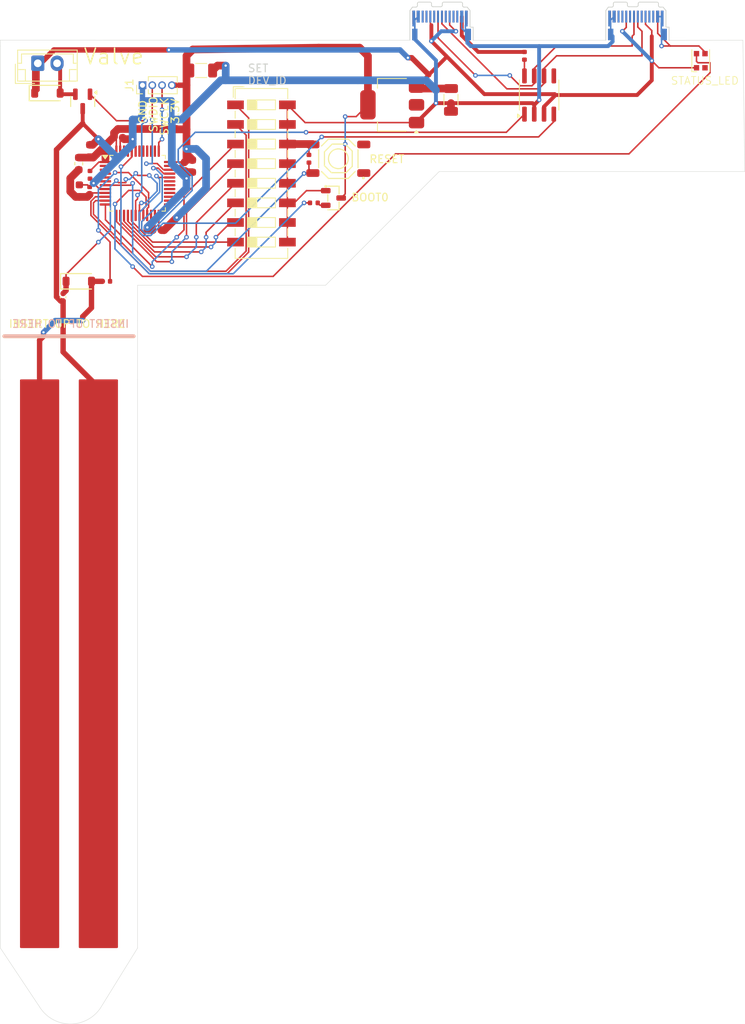
<source format=kicad_pcb>
(kicad_pcb (version 20240108) (generator "pcbnew") (generator_version "8.0")
  (layers (0 "F.Cu" signal) (31 "B.Cu" signal) (34 "B.Paste" user) (35 "F.Paste" user) (36 "B.SilkS" user "B.Silkscreen") (37 "F.SilkS" user "F.Silkscreen") (38 "B.Mask" user) (39 "F.Mask" user) (44 "Edge.Cuts" user))
  (net 0 "")
  (net 1 "+3.3VA")
  (net 2 "/ADC12_IN9")
  (net 3 "SOIL_C_PWM")
  (net 4 "VBUS")
  (net 5 "Net-(D2-A)")
  (net 7 "Net-(D3-DIN)")
  (net 8 "/SWDIO")
  (net 9 "/SWCLK")
  (net 10 "+3.3V")
  (net 11 "Net-(Q1-G)")
  (net 17 "/NRST")
  (net 18 "Net-(U1-PA0)")
  (net 19 "Net-(U1-PA1)")
  (net 20 "Net-(U1-PA2)")
  (net 21 "Net-(U1-PA3)")
  (net 22 "Net-(U1-PA4)")
  (net 23 "Net-(U1-PA5)")
  (net 24 "Net-(U1-PA6)")
  (net 25 "Net-(U1-PA7)")
  (net 26 "/TIM2_CH3")
  (net 35 "/CAN_RX")
  (net 36 "/CAN_TX")
  (net 43 "/BOOT0")
  (net 47 "/CANL")
  (net 48 "/CANH")
  (net 49 "Net-(U2-Rs)")
  (net 50 "Net-(P1-CC)")
  (net 51 "Net-(P1-VCONN)")
  (net 52 "/SW_BOOT0")
  (net 53 "GND")
  (footprint "PCM_JLCPCB:C_0603" (layer "F.Cu") (at 137.235583 74.648278 90)
    (property "Reference" "C7" (hide yes))
    (property "Value" "1u" (hide yes))
  )
  (footprint "PCM_JLCPCB:D_SOD-123" (layer "F.Cu") (at 133.096 61.976)
    (property "Reference" "D2" (hide yes))
    (property "Value" "1N4148W" (hide yes))
  )
  (footprint "Package_QFP:LQFP-48_7x7mm_P0.5mm" (layer "F.Cu") (at 144.78 73.66)
    (property "Reference" "U1" (hide yes))
    (property "Value" "STM32F103C8Tx" (hide yes))
  )
  (footprint "PCM_JLCPCB:R_0402" (layer "F.Cu") (at 194.945 57.15 90)
    (property "Reference" "R2" (hide yes))
    (property "Value" "10k" (hide yes))
  )
  (footprint "Connector_USB:USB_C_Plug_JAE_DX07P024AJ1" (layer "F.Cu") (at 209.395 53.2175 180)
    (property "Reference" "P2" (hide yes))
    (property "Value" "USB_C_Plug_USB2.0" (hide yes))
    (fp_line (start 3.9 1.9225) (end 3.9 -1.9175) (stroke (width 0.1)) (layer "Edge.Cuts"))
    (fp_line (start 3.575 2.3725) (end 3.9 1.9225) (stroke (width 0.1)) (layer "Edge.Cuts"))
    (fp_line (start 3.125 2.3725) (end 3.575 2.3725) (stroke (width 0.1)) (layer "Edge.Cuts"))
    (fp_line (start 2.925 2.8225) (end 2.925 2.5725) (stroke (width 0.1)) (layer "Edge.Cuts"))
    (fp_line (start 1.3 3.0225) (end 2.725 3.0225) (stroke (width 0.1)) (layer "Edge.Cuts"))
    (fp_line (start 1.1 2.8225) (end 1.1 2.6225) (stroke (width 0.1)) (layer "Edge.Cuts"))
    (fp_line (start -0.1 2.4225) (end 0.9 2.4225) (stroke (width 0.1)) (layer "Edge.Cuts"))
    (fp_line (start -0.3 2.6225) (end -0.3 2.8225) (stroke (width 0.1)) (layer "Edge.Cuts"))
    (fp_line (start -0.5 3.0225) (end -2.725 3.0225) (stroke (width 0.1)) (layer "Edge.Cuts"))
    (fp_line (start -2.925 2.8225) (end -2.925 2.5725) (stroke (width 0.1)) (layer "Edge.Cuts"))
    (fp_line (start -3.125 2.3725) (end -3.53 2.3725) (stroke (width 0.1)) (layer "Edge.Cuts"))
    (fp_line (start -3.53 2.3725) (end -3.9 1.9225) (stroke (width 0.1)) (layer "Edge.Cuts"))
    (fp_line (start -3.9 1.9225) (end -3.9 -0.2275) (stroke (width 0.1)) (layer "Edge.Cuts"))
    (fp_line (start -4.3 -0.2275) (end -3.9 -0.2275) (stroke (width 0.1)) (layer "Edge.Cuts"))
    (fp_line (start -4.3 -1.93) (end -4.3 -0.2275) (stroke (width 0.1)) (layer "Edge.Cuts"))
    (fp_arc (start 2.925 2.8225) (mid 2.866421 2.963921) (end 2.725 3.0225) (stroke (width 0.1)) (layer "Edge.Cuts"))
    (fp_arc (start 2.925 2.5725) (mid 2.983579 2.431079) (end 3.125 2.3725) (stroke (width 0.1)) (layer "Edge.Cuts"))
    (fp_arc (start 1.3 3.0225) (mid 1.158579 2.963921) (end 1.1 2.8225) (stroke (width 0.1)) (layer "Edge.Cuts"))
    (fp_arc (start 0.9 2.4225) (mid 1.041421 2.481079) (end 1.1 2.6225) (stroke (width 0.1)) (layer "Edge.Cuts"))
    (fp_arc (start -0.3 2.8225) (mid -0.358579 2.963921) (end -0.5 3.0225) (stroke (width 0.1)) (layer "Edge.Cuts"))
    (fp_arc (start -0.3 2.6225) (mid -0.241421 2.481079) (end -0.1 2.4225) (stroke (width 0.1)) (layer "Edge.Cuts"))
    (fp_arc (start -2.725 3.0225) (mid -2.866421 2.963921) (end -2.925 2.8225) (stroke (width 0.1)) (layer "Edge.Cuts"))
    (fp_arc (start -3.125 2.3725) (mid -2.983579 2.431079) (end -2.925 2.5725) (stroke (width 0.1)) (layer "Edge.Cuts"))
  )
  (footprint "PCM_JLCPCB:C_0402" (layer "F.Cu") (at 167.005 70.485 90)
    (property "Reference" "C9" (hide yes))
    (property "Value" "100n")
  )
  (footprint "Package_TO_SOT_SMD:SOT-223-3_TabPin2" (layer "F.Cu") (at 177.8 63.5 180)
    (property "Reference" "U3" (hide yes))
    (property "Value" "AMS1117-3.3" (hide yes))
  )
  (footprint "Connector_PinHeader_1.27mm:PinHeader_1x04_P1.27mm_Vertical" (layer "F.Cu") (at 145.42 60.96 90)
    (property "Reference" "J1")
    (property "Value" "Conn_01x04_Socket" (hide yes))
  )
  (footprint "Capacitor_SMD:C_1206_3216Metric" (layer "F.Cu") (at 153.035 59.055)
    (property "Reference" "C10" (hide yes))
    (property "Value" "22u" (hide yes))
  )
  (footprint "PCM_JLCPCB:R_0402" (layer "F.Cu") (at 167.64 76.2 180)
    (property "Reference" "R1" (hide yes))
    (property "Value" "10k" (hide yes))
  )
  (footprint "PCM_JLCPCB:C_0402" (layer "F.Cu") (at 138.568183 74.646906 90)
    (property "Reference" "C6" (hide yes))
    (property "Value" "100n" (hide yes))
  )
  (footprint "PCM_JLCPCB:C_0603" (layer "F.Cu") (at 151.880628 71.44167 -90)
    (property "Reference" "C4" (hide yes))
    (property "Value" "10u" (hide yes))
  )
  (footprint "Capacitor_SMD:C_1206_3216Metric" (layer "F.Cu") (at 185.42 62.865 -90)
    (property "Reference" "C11" (hide yes))
    (property "Value" "22u" (hide yes))
  )
  (footprint "Capacitor_SMD:C_0402_1005Metric" (layer "F.Cu") (at 135.128 88.42 -90)
    (property "Reference" "C14" (hide yes))
    (property "Value" "100n" (hide yes))
  )
  (footprint "Package_SO:SOIC-8_3.9x4.9mm_P1.27mm" (layer "F.Cu") (at 196.85 62.23 90)
    (property "Reference" "U2" (hide yes))
    (property "Value" "MCP2551-I-SN" (hide yes))
  )
  (footprint "PCM_JLCPCB:D_SOD-123" (layer "F.Cu") (at 137.16 86.36)
    (property "Reference" "D1" (hide yes))
    (property "Value" "1N4148W" (hide yes))
  )
  (footprint "PCM_JLCPCB:R_0402" (layer "F.Cu") (at 140.716 86.36)
    (property "Reference" "R3" (hide yes))
    (property "Value" "10k" (hide yes))
  )
  (footprint "PCM_JLCPCB:SW-SMD_4P-L5.1-W5.1-P3.70-LS6.5-TL-2" (layer "F.Cu") (at 170.815 70.485 180)
    (property "Reference" "S1" (hide yes))
    (property "Value" "Tactile Button, 160gf" (hide yes))
  )
  (footprint "Button_Switch_SMD:SW_DIP_SPSTx08_Slide_6.7x21.88mm_W6.73mm_P2.54mm_LowProfile_JPin" (layer "F.Cu") (at 160.845 72.39)
    (property "Reference" "SW3" (hide yes))
    (property "Value" "SW_DIP_x08")
  )
  (footprint "PCM_JLCPCB:C_0603" (layer "F.Cu") (at 138.594142 69.459379 90)
    (property "Reference" "C8" (hide yes))
    (property "Value" "1u" (hide yes))
  )
  (footprint "PCM_JLCPCB:C_0402" (layer "F.Cu") (at 142.230141 67.638585)
    (property "Reference" "C3" (hide yes))
    (property "Value" "100n" (hide yes))
  )
  (footprint "PCM_JLCPCB:L_0603" (layer "F.Cu") (at 137.16 71.12 90)
    (property "Reference" "FB1" (hide yes))
    (property "Value" "120R" (hide yes))
  )
  (footprint "PCM_JLCPCB:C_0402" (layer "F.Cu") (at 150.840792 71.46582 -90)
    (property "Reference" "C2" (hide yes))
    (property "Value" "100n" (hide yes))
  )
  (footprint "LED_SMD:LED_WS2812B-2020_PLCC4_2.0x2.0mm" (layer "F.Cu") (at 217.805 57.785 90)
    (property "Reference" "D3" (hide yes))
    (property "Value" "WS2812B" (hide yes))
  )
  (footprint "PCM_JLCPCB:Q_SOT-23" (layer "F.Cu") (at 137.668 63.068 -90)
    (property "Reference" "Q1" (hide yes))
    (property "Value" "AO3400A" (hide yes))
  )
  (footprint "Connector_USB:USB_C_Plug_JAE_DX07P024AJ1" (layer "F.Cu") (at 183.995 53.2175 180)
    (property "Reference" "P1" (hide yes))
    (property "Value" "USB_C_Plug_USB2.0" (hide yes))
    (fp_line (start 3.9 1.9225) (end 3.9 -1.9175) (stroke (width 0.1)) (layer "Edge.Cuts"))
    (fp_line (start 3.575 2.3725) (end 3.9 1.9225) (stroke (width 0.1)) (layer "Edge.Cuts"))
    (fp_line (start 3.125 2.3725) (end 3.575 2.3725) (stroke (width 0.1)) (layer "Edge.Cuts"))
    (fp_line (start 2.925 2.8225) (end 2.925 2.5725) (stroke (width 0.1)) (layer "Edge.Cuts"))
    (fp_line (start 1.3 3.0225) (end 2.725 3.0225) (stroke (width 0.1)) (layer "Edge.Cuts"))
    (fp_line (start 1.1 2.8225) (end 1.1 2.6225) (stroke (width 0.1)) (layer "Edge.Cuts"))
    (fp_line (start -0.1 2.4225) (end 0.9 2.4225) (stroke (width 0.1)) (layer "Edge.Cuts"))
    (fp_line (start -0.3 2.6225) (end -0.3 2.8225) (stroke (width 0.1)) (layer "Edge.Cuts"))
    (fp_line (start -0.5 3.0225) (end -2.725 3.0225) (stroke (width 0.1)) (layer "Edge.Cuts"))
    (fp_line (start -2.925 2.8225) (end -2.925 2.5725) (stroke (width 0.1)) (layer "Edge.Cuts"))
    (fp_line (start -3.125 2.3725) (end -3.53 2.3725) (stroke (width 0.1)) (layer "Edge.Cuts"))
    (fp_line (start -3.53 2.3725) (end -3.9 1.9225) (stroke (width 0.1)) (layer "Edge.Cuts"))
    (fp_line (start -3.9 1.9225) (end -3.9 -0.2275) (stroke (width 0.1)) (layer "Edge.Cuts"))
    (fp_line (start -4.3 -0.2275) (end -3.9 -0.2275) (stroke (width 0.1)) (layer "Edge.Cuts"))
    (fp_line (start -4.3 -1.93) (end -4.3 -0.2275) (stroke (width 0.1)) (layer "Edge.Cuts"))
    (fp_arc (start 2.925 2.8225) (mid 2.866421 2.963921) (end 2.725 3.0225) (stroke (width 0.1)) (layer "Edge.Cuts"))
    (fp_arc (start 2.925 2.5725) (mid 2.983579 2.431079) (end 3.125 2.3725) (stroke (width 0.1)) (layer "Edge.Cuts"))
    (fp_arc (start 1.3 3.0225) (mid 1.158579 2.963921) (end 1.1 2.8225) (stroke (width 0.1)) (layer "Edge.Cuts"))
    (fp_arc (start 0.9 2.4225) (mid 1.041421 2.481079) (end 1.1 2.6225) (stroke (width 0.1)) (layer "Edge.Cuts"))
    (fp_arc (start -0.3 2.8225) (mid -0.358579 2.963921) (end -0.5 3.0225) (stroke (width 0.1)) (layer "Edge.Cuts"))
    (fp_arc (start -0.3 2.6225) (mid -0.241421 2.481079) (end -0.1 2.4225) (stroke (width 0.1)) (layer "Edge.Cuts"))
    (fp_arc (start -2.725 3.0225) (mid -2.866421 2.963921) (end -2.925 2.8225) (stroke (width 0.1)) (layer "Edge.Cuts"))
    (fp_arc (start -3.125 2.3725) (mid -2.983579 2.431079) (end -2.925 2.5725) (stroke (width 0.1)) (layer "Edge.Cuts"))
  )
  (footprint "PCM_JLCPCB:C_0402" (layer "F.Cu") (at 147.369668 79.730328 180)
    (property "Reference" "C1" (hide yes))
    (property "Value" "100n" (hide yes))
  )
  (footprint "PCM_JLCPCB:C_0402" (layer "F.Cu") (at 138.615576 72.565367 -90)
    (property "Reference" "C5" (hide yes))
    (property "Value" "100n" (hide yes))
  )
  (footprint "PCM_JLCPCB:SOT-23-3_L2.9-W1.3-P0.95-LS2.4-BR" (layer "F.Cu") (at 170.18 75.565 180)
    (property "Reference" "SW2" (hide yes))
    (property "Value" "SW_SPDT")
  )
  (footprint "Connector_JST:JST_EH_B2B-EH-A_1x02_P2.50mm_Vertical" (layer "F.Cu") (at 131.846 58.12)
    (property "Reference" "J2" (hide yes))
    (property "Value" "Conn_01x02_Pin" (hide yes))
  )
  (gr_line (start 127.508 93.472) (end 144.272 93.472) (stroke (width 0.5)) (layer "B.SilkS"))
  (gr_line (start 127.508 93.472) (end 144.272 93.472) (stroke (width 0.5)) (layer "F.SilkS"))
  (gr_line (start 183.896 72.136) (end 210.312 72.136) (stroke (width 0.05)) (layer "Edge.Cuts"))
  (gr_line (start 223.52 72.136) (end 223.266419 55.130842) (stroke (width 0.05)) (layer "Edge.Cuts"))
  (gr_line (start 169.164 86.868) (end 183.896 72.136) (stroke (width 0.05)) (layer "Edge.Cuts"))
  (gr_line (start 139.951908 180.513449) (end 144.78 172.72) (stroke (width 0.05)) (layer "Edge.Cuts"))
  (gr_line (start 144.78 86.868) (end 166.624 86.868) (stroke (width 0.05)) (layer "Edge.Cuts"))
  (gr_line (start 166.624 86.868) (end 169.164 86.868) (stroke (width 0.05)) (layer "Edge.Cuts"))
  (gr_line (start 180.095 55.135) (end 126.970957 55.125936) (stroke (width 0.05)) (layer "Edge.Cuts"))
  (gr_line (start 144.78 172.72) (end 144.78 99.06) (stroke (width 0.05)) (layer "Edge.Cuts"))
  (gr_line (start 126.970957 55.125936) (end 127 55.88) (stroke (width 0.05)) (layer "Edge.Cuts"))
  (gr_line (start 210.312 72.136) (end 223.52 72.136) (stroke (width 0.05)) (layer "Edge.Cuts"))
  (gr_line (start 127 172.72) (end 132.08 180.34) (stroke (width 0.05)) (layer "Edge.Cuts"))
  (gr_line (start 144.78 91.44) (end 144.78 86.868) (stroke (width 0.05)) (layer "Edge.Cuts"))
  (gr_line (start 213.695 55.1475) (end 223.266419 55.130842) (stroke (width 0.05)) (layer "Edge.Cuts"))
  (gr_line (start 127 172.72) (end 127 99.06) (stroke (width 0.05)) (layer "Edge.Cuts"))
  (gr_line (start 205.495 55.135) (end 188.295 55.1475) (stroke (width 0.05)) (layer "Edge.Cuts"))
  (gr_arc (start 139.951908 180.513449) (mid 135.969147 182.551039) (end 132.080001 180.34) (stroke (width 0.05)) (layer "Edge.Cuts"))
  (gr_line (start 127 99.06) (end 127 55.88) (stroke (width 0.05)) (layer "Edge.Cuts"))
  (gr_line (start 144.78 91.44) (end 144.78 99.06) (stroke (width 0.05)) (layer "Edge.Cuts"))
  (gr_text "INSERT UP TO HERE" (at 143.764 92.456 -0) (layer "B.SilkS") (effects (font (size 1 1)) (justify left bottom mirror)))
  (gr_text "BOOT0" (at 172.423902 76.07428 0) (layer "F.SilkS") (effects (font (size 1 1)) (justify left bottom)))
  (gr_text "SWDIO" (at 147.428054 67.140551 90) (layer "F.SilkS") (effects (font (size 1 1)) (justify left bottom)))
  (gr_text "Valve" (at 137.668 58.42 0) (layer "F.SilkS") (effects (font (size 2 2) (thickness 0.2)) (justify left bottom)))
  (gr_text "INSERT UP TO HERE" (at 128.016 92.456 0) (layer "F.SilkS") (effects (font (size 1 1)) (justify left bottom)))
  (gr_text "GND" (at 146.050548 66.04 90) (layer "F.SilkS") (effects (font (size 1 1)) (justify left bottom)))
  (gr_text "SWCLK" (at 148.844 67.564 90) (layer "F.SilkS") (effects (font (size 1 1)) (justify left bottom)))
  (gr_text "RESET" (at 174.752 71.12 0) (layer "F.SilkS") (effects (font (size 1 1)) (justify left bottom)))
  (gr_text "STATUS_LED" (at 213.868 60.96 0) (layer "F.SilkS") (effects (font (size 1 1) (thickness 0.1)) (justify left bottom)))
  (gr_text "3.3V" (at 150.256861 66.033627 90) (layer "F.SilkS") (effects (font (size 1 1)) (justify left bottom)))
  (gr_text "SET\nDEV_ID" (at 159.004 60.96 0) (layer "Edge.Cuts") (effects (font (size 1 1)) (justify left bottom)))
  (segment (start 137.235583 75.428278) (end 138.265998 75.428278) (width 1) (layer "F.Cu") (net 1))
  (segment (start 136.060583 73.009417) (end 136.060583 74.728278) (width 1) (layer "F.Cu") (net 1))
  (segment (start 138.805089 74.91) (end 138.568183 75.146906) (width 0.2) (layer "F.Cu") (net 1))
  (segment (start 138.265998 75.428278) (end 138.557777 75.136499) (width 1) (layer "F.Cu") (net 1))
  (segment (start 136.060583 74.728278) (end 136.760583 75.428278) (width 1) (layer "F.Cu") (net 1))
  (segment (start 140.6175 74.91) (end 138.805089 74.91) (width 0.2) (layer "F.Cu") (net 1))
  (segment (start 137.16 71.91) (end 136.060583 73.009417) (width 1) (layer "F.Cu") (net 1))
  (segment (start 136.760583 75.428278) (end 137.235583 75.428278) (width 1) (layer "F.Cu") (net 1))
  (segment (start 142.302607 73.583) (end 143.256 73.583) (width 0.2) (layer "F.Cu") (net 2))
  (segment (start 135.51 85.47) (end 139.7 81.28) (width 0.2) (layer "F.Cu") (net 2))
  (segment (start 135.51 86.36) (end 135.51 87.558) (width 0.7) (layer "F.Cu") (net 2))
  (segment (start 145.03 77.8225) (end 145.03 76.458) (width 0.2) (layer "F.Cu") (net 2))
  (segment (start 143.256 73.583) (end 143.256 73.152) (width 0.2) (layer "F.Cu") (net 2))
  (segment (start 145.03 76.458) (end 145.288 76.2) (width 0.2) (layer "F.Cu") (net 2))
  (segment (start 135.51 86.36) (end 135.51 85.47) (width 0.2) (layer "F.Cu") (net 2))
  (segment (start 146.304 72.644) (end 144.826058 72.644) (width 0.2) (layer "F.Cu") (net 2))
  (segment (start 135.51 87.558) (end 135.128 87.94) (width 0.7) (layer "F.Cu") (net 2))
  (segment (start 144.826058 72.644) (end 144.549028 72.36697) (width 0.2) (layer "F.Cu") (net 2))
  (segment (start 142.029607 73.31) (end 142.302607 73.583) (width 0.2) (layer "F.Cu") (net 2))
  (via (at 142.029607 73.31) (size 0.6) (drill 0.3) (layers "F.Cu" "B.Cu") (net 2))
  (via (at 146.304 72.644) (size 0.6) (drill 0.3) (layers "F.Cu" "B.Cu") (net 2))
  (via (at 145.288 76.2) (size 0.6) (drill 0.3) (layers "F.Cu" "B.Cu") (net 2))
  (via (at 143.256 73.152) (size 0.6) (drill 0.3) (layers "F.Cu" "B.Cu") (net 2))
  (via (at 139.7 81.28) (size 0.6) (drill 0.3) (layers "F.Cu" "B.Cu") (net 2))
  (via (at 144.549028 72.36697) (size 0.6) (drill 0.3) (layers "F.Cu" "B.Cu") (net 2))
  (segment (start 141.254999 74.084608) (end 142.029607 73.31) (width 0.2) (layer "B.Cu") (net 2))
  (segment (start 141.254999 79.725001) (end 141.254999 74.084608) (width 0.2) (layer "B.Cu") (net 2))
  (segment (start 143.763998 73.152) (end 144.549028 72.36697) (width 0.2) (layer "B.Cu") (net 2))
  (segment (start 143.256 73.152) (end 143.763998 73.152) (width 0.2) (layer "B.Cu") (net 2))
  (segment (start 145.288 76.2) (end 145.796 76.2) (width 0.2) (layer "B.Cu") (net 2))
  (segment (start 139.7 81.28) (end 141.254999 79.725001) (width 0.2) (layer "B.Cu") (net 2))
  (segment (start 147.32 74.676) (end 147.32 73.66) (width 0.2) (layer "B.Cu") (net 2))
  (segment (start 147.32 73.66) (end 146.304 72.644) (width 0.2) (layer "B.Cu") (net 2))
  (segment (start 145.796 76.2) (end 147.32 74.676) (width 0.2) (layer "B.Cu") (net 2))
  (segment (start 138.81 89.79) (end 138.684 89.916) (width 0.7) (layer "F.Cu") (net 3))
  (segment (start 132.08 93.98) (end 132.08 100.584) (width 0.7) (layer "F.Cu") (net 3))
  (segment (start 137.668 90.932) (end 137.668 91.44) (width 0.7) (layer "F.Cu") (net 3))
  (segment (start 138.684 89.916) (end 137.668 90.932) (width 0.7) (layer "F.Cu") (net 3))
  (segment (start 138.81 86.36) (end 138.81 89.79) (width 0.7) (layer "F.Cu") (net 3))
  (segment (start 132.588 92.964) (end 132.588 93.472) (width 0.7) (layer "F.Cu") (net 3))
  (segment (start 138.81 86.36) (end 140.216 86.36) (width 0.7) (layer "F.Cu") (net 3))
  (segment (start 132.588 93.472) (end 132.08 93.98) (width 0.7) (layer "F.Cu") (net 3))
  (via (at 137.668 91.44) (size 0.6) (drill 0.3) (layers "F.Cu" "B.Cu") (net 3))
  (via (at 132.588 92.964) (size 0.6) (drill 0.3) (layers "F.Cu" "B.Cu") (net 3))
  (segment (start 137.668 91.44) (end 134.112 91.44) (width 0.7) (layer "B.Cu") (net 3))
  (segment (start 134.112 91.44) (end 132.588 92.964) (width 0.7) (layer "B.Cu") (net 3))
  (segment (start 131.846 61.576) (end 131.446 61.976) (width 0.5) (layer "F.Cu") (net 4))
  (segment (start 182.745 52.07) (end 182.745 53.050685) (width 0.2) (layer "F.Cu") (net 4))
  (segment (start 198.870001 62.115) (end 189.75 62.115) (width 0.5) (layer "F.Cu") (net 4))
  (segment (start 133.948101 56.388) (end 148.844 56.388) (width 0.7) (layer "F.Cu") (net 4))
  (segment (start 208.145 52.07) (end 208.145 53.475) (width 0.2) (layer "F.Cu") (net 4))
  (segment (start 212.37 58.7) (end 211.455 57.785) (width 0.2) (layer "F.Cu") (net 4))
  (segment (start 197.485 63.730001) (end 198.985001 62.23) (width 0.5) (layer "F.Cu") (net 4))
  (segment (start 185.245 53.160784) (end 186.057108 53.972892) (width 0.2) (layer "F.Cu") (net 4))
  (segment (start 198.985001 62.23) (end 198.870001 62.115) (width 0.5) (layer "F.Cu") (net 4))
  (segment (start 184.785 57.365) (end 184.785 57.15) (width 0.5) (layer "F.Cu") (net 4))
  (segment (start 210.645 52.07) (end 210.645 53.075) (width 0.2) (layer "F.Cu") (net 4))
  (segment (start 180.34 57.404) (end 182.543 59.607) (width 0.7) (layer "F.Cu") (net 4))
  (segment (start 211.455 60.325) (end 211.455 57.785) (width 0.5) (layer "F.Cu") (net 4))
  (segment (start 211.455 57.785) (end 211.455 54.61) (width 0.5) (layer "F.Cu") (net 4))
  (segment (start 197.485 64.705) (end 197.485 63.730001) (width 0.5) (layer "F.Cu") (net 4))
  (segment (start 210.645 53.075) (end 211.455 53.885) (width 0.2) (layer "F.Cu") (net 4))
  (segment (start 211.455 53.885) (end 211.455 54.61) (width 0.2) (layer "F.Cu") (net 4))
  (segment (start 198.985001 62.23) (end 209.55 62.23) (width 0.5) (layer "F.Cu") (net 4))
  (segment (start 182.543 59.607) (end 184.785 57.365) (width 0.5) (layer "F.Cu") (net 4))
  (segment (start 209.55 62.23) (end 211.455 60.325) (width 0.5) (layer "F.Cu") (net 4))
  (segment (start 185.245 52.07) (end 185.245 53.160784) (width 0.2) (layer "F.Cu") (net 4))
  (segment (start 181.14 61.39) (end 180.95 61.2) (width 1) (layer "F.Cu") (net 4))
  (segment (start 131.846 58.12) (end 131.846 61.576) (width 0.5) (layer "F.Cu") (net 4))
  (segment (start 179.832 57.404) (end 180.34 57.404) (width 0.7) (layer "F.Cu") (net 4))
  (segment (start 189.75 62.115) (end 184.785 57.15) (width 0.5) (layer "F.Cu") (net 4))
  (segment (start 182.745 53.050685) (end 182.88 53.185685) (width 0.2) (layer "F.Cu") (net 4))
  (segment (start 212.37 58.7) (end 217.255 58.7) (width 0.2) (layer "F.Cu") (net 4))
  (segment (start 182.88 53.185685) (end 182.88 55.245) (width 0.5) (layer "F.Cu") (net 4))
  (segment (start 184.785 57.15) (end 182.88 55.245) (width 0.5) (layer "F.Cu") (net 4))
  (segment (start 131.446 61.976) (end 131.446 58.890101) (width 0.7) (layer "F.Cu") (net 4))
  (segment (start 180.95 61.2) (end 182.543 59.607) (width 0.5) (layer "F.Cu") (net 4))
  (segment (start 208.145 53.475) (end 207.645 53.975) (width 0.2) (layer "F.Cu") (net 4))
  (segment (start 185.42 61.39) (end 181.14 61.39) (width 1) (layer "F.Cu") (net 4))
  (segment (start 131.446 58.890101) (end 133.948101 56.388) (width 0.7) (layer "F.Cu") (net 4))
  (via (at 186.057108 53.972892) (size 0.6) (drill 0.3) (layers "F.Cu" "B.Cu") (net 4))
  (via (at 148.844 56.388) (size 0.6) (drill 0.3) (layers "F.Cu" "B.Cu") (net 4))
  (via (at 207.645 53.975) (size 0.6) (drill 0.3) (layers "F.Cu" "B.Cu") (net 4))
  (via (at 179.832 57.404) (size 0.6) (drill 0.3) (layers "F.Cu" "B.Cu") (net 4))
  (via (at 182.88 55.245) (size 0.6) (drill 0.3) (layers "F.Cu" "B.Cu") (net 4))
  (via (at 211.455 57.785) (size 0.6) (drill 0.3) (layers "F.Cu" "B.Cu") (net 4))
  (segment (start 148.844 56.388) (end 178.816 56.388) (width 0.7) (layer "B.Cu") (net 4))
  (segment (start 207.645 53.975) (end 211.455 57.785) (width 0.5) (layer "B.Cu") (net 4))
  (segment (start 186.057108 53.972892) (end 184.152108 53.972892) (width 0.5) (layer "B.Cu") (net 4))
  (segment (start 178.816 56.388) (end 179.832 57.404) (width 0.7) (layer "B.Cu") (net 4))
  (segment (start 184.152108 53.972892) (end 182.88 55.245) (width 0.5) (layer "B.Cu") (net 4))
  (segment (start 134.898 62.128) (end 134.746 61.976) (width 0.5) (layer "F.Cu") (net 5))
  (segment (start 134.746 61.976) (end 134.746 58.52) (width 0.5) (layer "F.Cu") (net 5))
  (segment (start 136.718 62.128) (end 134.898 62.128) (width 0.5) (layer "F.Cu") (net 5))
  (segment (start 134.746 58.52) (end 134.346 58.12) (width 0.5) (layer "F.Cu") (net 5))
  (segment (start 145.888 75.443471) (end 145.888 76.616) (width 0.2) (layer "F.Cu") (net 7))
  (segment (start 145.028529 74.584) (end 145.888 75.443471) (width 0.2) (layer "F.Cu") (net 7))
  (segment (start 217.255 57.87) (end 217.435 58.05) (width 0.2) (layer "F.Cu") (net 7))
  (segment (start 208.505 69.85) (end 178.234744 69.85) (width 0.2) (layer "F.Cu") (net 7))
  (segment (start 217.255 56.87) (end 217.255 57.87) (width 0.2) (layer "F.Cu") (net 7))
  (segment (start 145.415 85.725) (end 144.145 84.455) (width 0.2) (layer "F.Cu") (net 7))
  (segment (start 145.53 76.974) (end 145.53 77.8225) (width 0.2) (layer "F.Cu") (net 7))
  (segment (start 145.888 76.616) (end 145.53 76.974) (width 0.2) (layer "F.Cu") (net 7))
  (segment (start 162.359744 85.725) (end 145.415 85.725) (width 0.2) (layer "F.Cu") (net 7))
  (segment (start 143.623316 74.584) (end 145.028529 74.584) (width 0.2) (layer "F.Cu") (net 7))
  (segment (start 219.005 59.35) (end 208.505 69.85) (width 0.2) (layer "F.Cu") (net 7))
  (segment (start 178.234744 69.85) (end 162.359744 85.725) (width 0.2) (layer "F.Cu") (net 7))
  (segment (start 217.435 58.05) (end 219.005 58.05) (width 0.2) (layer "F.Cu") (net 7))
  (segment (start 141.854999 76.352317) (end 143.623316 74.584) (width 0.2) (layer "F.Cu") (net 7))
  (segment (start 219.005 58.05) (end 219.005 59.35) (width 0.2) (layer "F.Cu") (net 7))
  (via (at 144.145 84.455) (size 0.6) (drill 0.3) (layers "F.Cu" "B.Cu") (net 7))
  (via (at 141.854999 76.352317) (size 0.6) (drill 0.3) (layers "F.Cu" "B.Cu") (net 7))
  (segment (start 141.854999 82.164999) (end 141.854999 76.352317) (width 0.2) (layer "B.Cu") (net 7))
  (segment (start 144.145 84.455) (end 141.854999 82.164999) (width 0.2) (layer "B.Cu") (net 7))
  (segment (start 145.940914 71.102086) (end 147.327124 71.102086) (width 0.2) (layer "F.Cu") (net 8))
  (segment (start 146.69 62.225) (end 146.685 62.23) (width 0.2) (layer "F.Cu") (net 8))
  (segment (start 146.685 62.23) (end 146.685 65.405) (width 0.2) (layer "F.Cu") (net 8))
  (segment (start 146.69 62.225) (end 146.69 60.96) (width 0.2) (layer "F.Cu") (net 8))
  (segment (start 145.923 71.12) (end 145.940914 71.102086) (width 0.2) (layer "F.Cu") (net 8))
  (segment (start 148.135038 71.91) (end 148.9425 71.91) (width 0.2) (layer "F.Cu") (net 8))
  (segment (start 147.327124 71.102086) (end 148.135038 71.91) (width 0.2) (layer "F.Cu") (net 8))
  (via (at 146.685 65.405) (size 0.6) (drill 0.3) (layers "F.Cu" "B.Cu") (net 8))
  (via (at 145.923 71.12) (size 0.6) (drill 0.3) (layers "F.Cu" "B.Cu") (net 8))
  (segment (start 146.685 65.405) (end 146.685 71.12) (width 0.2) (layer "B.Cu") (net 8))
  (segment (start 146.685 71.12) (end 145.923 71.12) (width 0.2) (layer "B.Cu") (net 8))
  (segment (start 147.53 69.4975) (end 147.53 68.37) (width 0.2) (layer "F.Cu") (net 9))
  (segment (start 147.96 64.13) (end 147.96 60.96) (width 0.2) (layer "F.Cu") (net 9))
  (segment (start 147.955 64.135) (end 147.96 64.13) (width 0.2) (layer "F.Cu") (net 9))
  (segment (start 147.53 68.37) (end 147.955 67.945) (width 0.2) (layer "F.Cu") (net 9))
  (via (at 147.955 67.945) (size 0.6) (drill 0.3) (layers "F.Cu" "B.Cu") (net 9))
  (via (at 147.955 64.135) (size 0.6) (drill 0.3) (layers "F.Cu" "B.Cu") (net 9))
  (segment (start 147.955 67.945) (end 147.955 64.135) (width 0.2) (layer "B.Cu") (net 9))
  (segment (start 142.238321 66.628585) (end 141.730141 67.136765) (width 1) (layer "F.Cu") (net 10))
  (segment (start 151.13 69.215) (end 151.13 69.85) (width 1) (layer "F.Cu") (net 10))
  (segment (start 151.880628 70.66167) (end 151.880628 70.600628) (width 1) (layer "F.Cu") (net 10))
  (segment (start 149.23 60.96) (end 151.13 60.96) (width 0.7) (layer "F.Cu") (net 10))
  (segment (start 140.6175 68.751226) (end 140.6175 70.56) (width 1) (layer "F.Cu") (net 10))
  (segment (start 151.13 70.676612) (end 150.854859 70.951753) (width 1) (layer "F.Cu") (net 10))
  (segment (start 171.704 75.041) (end 171.704 68.58) (width 0.2) (layer "F.Cu") (net 10))
  (segment (start 151.13 66.675) (end 149.86 66.675) (width 1) (layer "F.Cu") (net 10))
  (segment (start 142.03 67.938444) (end 141.730141 67.638585) (width 0.2) (layer "F.Cu") (net 10))
  (segment (start 151.13 69.85) (end 151.13 70.676612) (width 1) (layer "F.Cu") (net 10))
  (segment (start 151.13 57.15) (end 151.13 60.96) (width 1) (layer "F.Cu") (net 10))
  (segment (start 150.784972 70.91) (end 150.840792 70.96582) (width 0.2) (layer "F.Cu") (net 10))
  (segment (start 147.869668 79.730328) (end 148.234672 79.730328) (width 1) (layer "F.Cu") (net 10))
  (segment (start 171.704 65.024) (end 173.126 65.024) (width 0.2) (layer "F.Cu") (net 10))
  (segment (start 151.13 60.96) (end 151.13 66.675) (width 1) (layer "F.Cu") (net 10))
  (segment (start 149.86 66.675) (end 149.813585 66.628585) (width 1) (layer "F.Cu") (net 10))
  (segment (start 151.880628 70.600628) (end 151.13 69.85) (width 1) (layer "F.Cu") (net 10))
  (segment (start 141.730141 67.136765) (end 141.730141 67.638585) (width 1) (layer "F.Cu") (net 10))
  (segment (start 140.6175 70.91) (end 139.770943 70.91) (width 0.2) (layer "F.Cu") (net 10))
  (segment (start 173.126 65.024) (end 174.65 63.5) (width 0.2) (layer "F.Cu") (net 10))
  (segment (start 171.18 75.565) (end 171.704 75.041) (width 0.2) (layer "F.Cu") (net 10))
  (segment (start 151.13 66.675) (end 151.13 69.215) (width 1) (layer "F.Cu") (net 10))
  (segment (start 147.53 79.39066) (end 147.869668 79.730328) (width 0.2) (layer "F.Cu") (net 10))
  (segment (start 148.234672 79.730328) (end 149.86 78.105) (width 1) (layer "F.Cu") (net 10))
  (segment (start 168.278089 56.100887) (end 151.950006 56.329994) (width 1) (layer "F.Cu") (net 10))
  (segment (start 149.813585 66.628585) (end 142.238321 66.628585) (width 1) (layer "F.Cu") (net 10))
  (segment (start 173.575887 56.100887) (end 168.278089 56.100887) (width 1) (layer "F.Cu") (net 10))
  (segment (start 148.9425 70.91) (end 150.784972 70.91) (width 0.2) (layer "F.Cu") (net 10))
  (segment (start 142.03 69.4975) (end 142.03 67.938444) (width 0.2) (layer "F.Cu") (net 10))
  (segment (start 174.65 57.175) (end 173.575887 56.100887) (width 1) (layer "F.Cu") (net 10))
  (segment (start 141.730141 67.638585) (end 140.6175 68.751226) (width 1) (layer "F.Cu") (net 10))
  (segment (start 139.770943 70.91) (end 138.615576 72.065367) (width 0.2) (layer "F.Cu") (net 10))
  (segment (start 137.16 70.33) (end 139.038726 70.33) (width 1) (layer "F.Cu") (net 10))
  (segment (start 139.038726 70.33) (end 140.6175 68.751226) (width 1) (layer "F.Cu") (net 10))
  (segment (start 174.65 63.5) (end 174.65 57.175) (width 1) (layer "F.Cu") (net 10))
  (segment (start 147.53 77.8225) (end 147.53 79.39066) (width 0.2) (layer "F.Cu") (net 10))
  (segment (start 151.950006 56.329994) (end 151.13 57.15) (width 1) (layer "F.Cu") (net 10))
  (via (at 171.704 68.58) (size 0.6) (drill 0.3) (layers "F.Cu" "B.Cu") (net 10))
  (via (at 149.86 78.105) (size 0.6) (drill 0.3) (layers "F.Cu" "B.Cu") (net 10))
  (via (at 151.13 69.215) (size 0.6) (drill 0.3) (layers "F.Cu" "B.Cu") (net 10))
  (via (at 171.704 65.024) (size 0.6) (drill 0.3) (layers "F.Cu" "B.Cu") (net 10))
  (segment (start 149.86 78.105) (end 153.67 74.295) (width 1) (layer "B.Cu") (net 10))
  (segment (start 153.67 70.485) (end 152.4 69.215) (width 1) (layer "B.Cu") (net 10))
  (segment (start 152.4 69.215) (end 151.13 69.215) (width 1) (layer "B.Cu") (net 10))
  (segment (start 153.67 74.295) (end 153.67 70.485) (width 1) (layer "B.Cu") (net 10))
  (segment (start 171.704 68.58) (end 171.704 65.024) (width 0.2) (layer "B.Cu") (net 10))
  (segment (start 144.53 75.942) (end 144.53 77.8225) (width 0.2) (layer "F.Cu") (net 11))
  (segment (start 138.618 62.128) (end 142.051541 65.561541) (width 0.2) (layer "F.Cu") (net 11))
  (segment (start 142.051541 65.561541) (end 145.825541 65.561541) (width 0.2) (layer "F.Cu") (net 11))
  (segment (start 144.78 75.184) (end 144.78 75.692) (width 0.2) (layer "F.Cu") (net 11))
  (segment (start 144.78 75.692) (end 144.53 75.942) (width 0.2) (layer "F.Cu") (net 11))
  (via (at 145.825541 65.561541) (size 0.6) (drill 0.3) (layers "F.Cu" "B.Cu") (net 11))
  (via (at 144.78 75.184) (size 0.6) (drill 0.3) (layers "F.Cu" "B.Cu") (net 11))
  (segment (start 145.825541 65.561541) (end 145.323 66.064082) (width 0.2) (layer "B.Cu") (net 11))
  (segment (start 145.323 74.641) (end 144.78 75.184) (width 0.2) (layer "B.Cu") (net 11))
  (segment (start 145.323 66.064082) (end 145.323 74.641) (width 0.2) (layer "B.Cu") (net 11))
  (segment (start 166.425 72.335) (end 166.37 72.39) (width 0.2) (layer "F.Cu") (net 17))
  (segment (start 143.895 73.91) (end 140.6175 73.91) (width 0.2) (layer "F.Cu") (net 17))
  (segment (start 167.515 72.335) (end 166.425 72.335) (width 0.2) (layer "F.Cu") (net 17))
  (segment (start 167.005 71.825) (end 167.515 72.335) (width 0.2) (layer "F.Cu") (net 17))
  (segment (start 167.005 70.985) (end 167.005 71.825) (width 0.2) (layer "F.Cu") (net 17))
  (segment (start 144.145 73.66) (end 143.895 73.91) (width 0.2) (layer "F.Cu") (net 17))
  (via (at 144.145 73.66) (size 0.6) (drill 0.3) (layers "F.Cu" "B.Cu") (net 17))
  (via (at 166.37 72.39) (size 0.6) (drill 0.3) (layers "F.Cu" "B.Cu") (net 17))
  (segment (start 166.37 72.39) (end 153.705 85.055) (width 0.2) (layer "B.Cu") (net 17))
  (segment (start 153.705 85.055) (end 146.436471 85.055) (width 0.2) (layer "B.Cu") (net 17))
  (segment (start 144.145 82.763529) (end 144.145 73.66) (width 0.2) (layer "B.Cu") (net 17))
  (segment (start 146.436471 85.055) (end 144.145 82.763529) (width 0.2) (layer "B.Cu") (net 17))
  (segment (start 159.187 65.207) (end 159.187 82.575448) (width 0.2) (layer "F.Cu") (net 18))
  (segment (start 138.738 77.818977) (end 138.738 75.98441) (width 0.2) (layer "F.Cu") (net 18))
  (segment (start 159.187 82.575448) (end 156.380448 85.382) (width 0.2) (layer "F.Cu") (net 18))
  (segment (start 138.738 75.98441) (end 139.31241 75.41) (width 0.2) (layer "F.Cu") (net 18))
  (segment (start 139.31241 75.41) (end 140.6175 75.41) (width 0.2) (layer "F.Cu") (net 18))
  (segment (start 157.48 63.5) (end 159.187 65.207) (width 0.2) (layer "F.Cu") (net 18))
  (segment (start 146.301023 85.382) (end 138.738 77.818977) (width 0.2) (layer "F.Cu") (net 18))
  (segment (start 156.380448 85.382) (end 146.301023 85.382) (width 0.2) (layer "F.Cu") (net 18))
  (segment (start 139.065 77.683529) (end 139.065 76.2) (width 0.2) (layer "F.Cu") (net 19))
  (segment (start 139.065 76.2) (end 139.355 75.91) (width 0.2) (layer "F.Cu") (net 19))
  (segment (start 158.86 82.44) (end 156.245 85.055) (width 0.2) (layer "F.Cu") (net 19))
  (segment (start 156.245 85.055) (end 146.436471 85.055) (width 0.2) (layer "F.Cu") (net 19))
  (segment (start 157.48 66.04) (end 158.86 67.42) (width 0.2) (layer "F.Cu") (net 19))
  (segment (start 146.436471 85.055) (end 139.065 77.683529) (width 0.2) (layer "F.Cu") (net 19))
  (segment (start 158.86 67.42) (end 158.86 82.44) (width 0.2) (layer "F.Cu") (net 19))
  (segment (start 139.355 75.91) (end 140.6175 75.91) (width 0.2) (layer "F.Cu") (net 19))
  (segment (start 150.803 75.257) (end 150.803 79.702) (width 0.2) (layer "F.Cu") (net 20))
  (segment (start 146.685 84.455) (end 140.6175 78.3875) (width 0.2) (layer "F.Cu") (net 20))
  (segment (start 150.803 79.702) (end 149.86 80.645) (width 0.2) (layer "F.Cu") (net 20))
  (segment (start 140.6175 78.3875) (end 140.6175 76.41) (width 0.2) (layer "F.Cu") (net 20))
  (segment (start 157.48 68.58) (end 150.803 75.257) (width 0.2) (layer "F.Cu") (net 20))
  (via (at 149.86 80.645) (size 0.6) (drill 0.3) (layers "F.Cu" "B.Cu") (net 20))
  (via (at 146.685 84.455) (size 0.6) (drill 0.3) (layers "F.Cu" "B.Cu") (net 20))
  (segment (start 146.685 83.82) (end 146.685 84.455) (width 0.2) (layer "B.Cu") (net 20))
  (segment (start 149.86 80.645) (end 146.685 83.82) (width 0.2) (layer "B.Cu") (net 20))
  (segment (start 151.13 77.47) (end 151.13 80.645) (width 0.2) (layer "F.Cu") (net 21))
  (segment (start 147.25759 83.82) (end 142.03 78.59241) (width 0.2) (layer "F.Cu") (net 21))
  (segment (start 149.225 83.82) (end 147.25759 83.82) (width 0.2) (layer "F.Cu") (net 21))
  (segment (start 142.03 78.59241) (end 142.03 77.8225) (width 0.2) (layer "F.Cu") (net 21))
  (segment (start 157.48 71.12) (end 151.13 77.47) (width 0.2) (layer "F.Cu") (net 21))
  (via (at 151.13 80.645) (size 0.6) (drill 0.3) (layers "F.Cu" "B.Cu") (net 21))
  (via (at 149.225 83.82) (size 0.6) (drill 0.3) (layers "F.Cu" "B.Cu") (net 21))
  (segment (start 151.13 80.645) (end 149.225 82.55) (width 0.2) (layer "B.Cu") (net 21))
  (segment (start 149.225 82.55) (end 149.225 83.82) (width 0.2) (layer "B.Cu") (net 21))
  (segment (start 157.48 73.66) (end 152.4 78.74) (width 0.2) (layer "F.Cu") (net 22))
  (segment (start 152.4 78.74) (end 152.4 80.645) (width 0.2) (layer "F.Cu") (net 22))
  (segment (start 151.13 83.185) (end 147.12259 83.185) (width 0.2) (layer "F.Cu") (net 22))
  (segment (start 142.53 78.59241) (end 142.53 77.8225) (width 0.2) (layer "F.Cu") (net 22))
  (segment (start 147.12259 83.185) (end 142.53 78.59241) (width 0.2) (layer "F.Cu") (net 22))
  (via (at 152.4 80.645) (size 0.6) (drill 0.3) (layers "F.Cu" "B.Cu") (net 22))
  (via (at 151.13 83.185) (size 0.6) (drill 0.3) (layers "F.Cu" "B.Cu") (net 22))
  (segment (start 152.4 81.915) (end 151.13 83.185) (width 0.2) (layer "B.Cu") (net 22))
  (segment (start 152.4 80.645) (end 152.4 81.915) (width 0.2) (layer "B.Cu") (net 22))
  (segment (start 153.035 82.55) (end 146.98759 82.55) (width 0.2) (layer "F.Cu") (net 23))
  (segment (start 146.98759 82.55) (end 143.03 78.59241) (width 0.2) (layer "F.Cu") (net 23))
  (segment (start 153.67 80.01) (end 153.67 80.645) (width 0.2) (layer "F.Cu") (net 23))
  (segment (start 157.48 76.2) (end 153.67 80.01) (width 0.2) (layer "F.Cu") (net 23))
  (segment (start 143.03 78.59241) (end 143.03 77.8225) (width 0.2) (layer "F.Cu") (net 23))
  (via (at 153.035 82.55) (size 0.6) (drill 0.3) (layers "F.Cu" "B.Cu") (net 23))
  (via (at 153.67 80.645) (size 0.6) (drill 0.3) (layers "F.Cu" "B.Cu") (net 23))
  (segment (start 153.67 80.645) (end 153.67 81.915) (width 0.2) (layer "B.Cu") (net 23))
  (segment (start 153.67 81.915) (end 153.035 82.55) (width 0.2) (layer "B.Cu") (net 23))
  (segment (start 143.53 78.59241) (end 143.53 77.8225) (width 0.2) (layer "F.Cu") (net 24))
  (segment (start 154.305 81.915) (end 146.85259 81.915) (width 0.2) (layer "F.Cu") (net 24))
  (segment (start 146.85259 81.915) (end 143.53 78.59241) (width 0.2) (layer "F.Cu") (net 24))
  (segment (start 157.48 78.74) (end 156.845 78.74) (width 0.2) (layer "F.Cu") (net 24))
  (segment (start 156.845 78.74) (end 154.94 80.645) (width 0.2) (layer "F.Cu") (net 24))
  (via (at 154.305 81.915) (size 0.6) (drill 0.3) (layers "F.Cu" "B.Cu") (net 24))
  (via (at 154.94 80.645) (size 0.6) (drill 0.3) (layers "F.Cu" "B.Cu") (net 24))
  (segment (start 154.94 81.28) (end 154.305 81.915) (width 0.2) (layer "B.Cu") (net 24))
  (segment (start 154.94 80.645) (end 154.94 81.28) (width 0.2) (layer "B.Cu") (net 24))
  (segment (start 146.71759 81.28) (end 144.03 78.59241) (width 0.2) (layer "F.Cu") (net 25))
  (segment (start 144.03 78.59241) (end 144.03 77.8225) (width 0.2) (layer "F.Cu") (net 25))
  (segment (start 157.48 81.28) (end 146.71759 81.28) (width 0.2) (layer "F.Cu") (net 25))
  (segment (start 146.215 76.751448) (end 146.03 76.936448) (width 0.2) (layer "F.Cu") (net 26))
  (segment (start 141.867607 72.271607) (end 143.605136 72.271607) (width 0.2) (layer "F.Cu") (net 26))
  (segment (start 146.215 74.881471) (end 146.215 76.751448) (width 0.2) (layer "F.Cu") (net 26))
  (segment (start 141.216 81.272) (end 139.7 79.756) (width 0.2) (layer "F.Cu") (net 26))
  (segment (start 141.216 86.36) (end 141.216 81.272) (width 0.2) (layer "F.Cu") (net 26))
  (segment (start 143.605136 72.271607) (end 146.215 74.881471) (width 0.2) (layer "F.Cu") (net 26))
  (segment (start 146.03 76.936448) (end 146.03 77.8225) (width 0.2) (layer "F.Cu") (net 26))
  (via (at 139.7 79.756) (size 0.6) (drill 0.3) (layers "F.Cu" "B.Cu") (net 26))
  (via (at 141.867607 72.271607) (size 0.6) (drill 0.3) (layers "F.Cu" "B.Cu") (net 26))
  (segment (start 139.7 74.814184) (end 139.7 74.439214) (width 0.2) (layer "B.Cu") (net 26))
  (segment (start 139.7 74.439214) (end 141.867607 72.271607) (width 0.2) (layer "B.Cu") (net 26))
  (segment (start 139.7 79.756) (end 139.7 74.814184) (width 0.2) (layer "B.Cu") (net 26))
  (segment (start 147.418527 72.91) (end 148.9425 72.91) (width 0.2) (layer "F.Cu") (net 35))
  (segment (start 147.228972 72.720445) (end 147.418527 72.91) (width 0.2) (layer "F.Cu") (net 35))
  (segment (start 196.778999 67.656) (end 168.656 67.656) (width 0.2) (layer "F.Cu") (net 35))
  (segment (start 198.755 64.705) (end 198.755 65.679999) (width 0.2) (layer "F.Cu") (net 35))
  (segment (start 198.755 65.679999) (end 196.778999 67.656) (width 0.2) (layer "F.Cu") (net 35))
  (via (at 168.656 67.656) (size 0.6) (drill 0.3) (layers "F.Cu" "B.Cu") (net 35))
  (via (at 147.228972 72.720445) (size 0.6) (drill 0.3) (layers "F.Cu" "B.Cu") (net 35))
  (segment (start 144.996 77.462448) (end 147.647 74.811448) (width 0.2) (layer "B.Cu") (net 35))
  (segment (start 144.996 79.972) (end 144.996 77.462448) (width 0.2) (layer "B.Cu") (net 35))
  (segment (start 148.083582 78.832) (end 146.486582 80.429) (width 0.2) (layer "B.Cu") (net 35))
  (segment (start 145.453 80.429) (end 144.996 79.972) (width 0.2) (layer "B.Cu") (net 35))
  (segment (start 168.656 67.656) (end 157.48 78.832) (width 0.2) (layer "B.Cu") (net 35))
  (segment (start 146.486582 80.429) (end 145.453 80.429) (width 0.2) (layer "B.Cu") (net 35))
  (segment (start 147.647 73.138473) (end 147.228972 72.720445) (width 0.2) (layer "B.Cu") (net 35))
  (segment (start 157.48 78.832) (end 148.083582 78.832) (width 0.2) (layer "B.Cu") (net 35))
  (segment (start 147.647 74.811448) (end 147.647 73.138473) (width 0.2) (layer "B.Cu") (net 35))
  (segment (start 146.830521 71.702086) (end 147.464676 71.702086) (width 0.2) (layer "F.Cu") (net 36))
  (segment (start 147.464676 71.702086) (end 148.17259 72.41) (width 0.2) (layer "F.Cu") (net 36))
  (segment (start 192.594 67.056) (end 166.624 67.056) (width 0.2) (layer "F.Cu") (net 36))
  (segment (start 194.945 64.705) (end 192.594 67.056) (width 0.2) (layer "F.Cu") (net 36))
  (segment (start 148.17259 72.41) (end 148.9425 72.41) (width 0.2) (layer "F.Cu") (net 36))
  (via (at 166.624 67.056) (size 0.6) (drill 0.3) (layers "F.Cu" "B.Cu") (net 36))
  (via (at 146.830521 71.702086) (size 0.6) (drill 0.3) (layers "F.Cu" "B.Cu") (net 36))
  (segment (start 151.857 74.596134) (end 146.351134 80.102) (width 0.2) (layer "B.Cu") (net 36))
  (segment (start 150.056567 70.923433) (end 151.857 72.723866) (width 0.2) (layer "B.Cu") (net 36))
  (segment (start 145.323 78.622812) (end 147.278906 76.666906) (width 0.2) (layer "B.Cu") (net 36))
  (segment (start 145.323 79.676134) (end 145.323 78.622812) (width 0.2) (layer "B.Cu") (net 36))
  (segment (start 147.059142 71.702086) (end 146.830521 71.702086) (width 0.2) (layer "B.Cu") (net 36))
  (segment (start 150.056567 69.2603) (end 150.056567 70.923433) (width 0.2) (layer "B.Cu") (net 36))
  (segment (start 166.624 67.056) (end 152.260867 67.056) (width 0.2) (layer "B.Cu") (net 36))
  (segment (start 147.974 72.616944) (end 147.059142 71.702086) (width 0.2) (layer "B.Cu") (net 36))
  (segment (start 151.857 72.723866) (end 151.857 74.596134) (width 0.2) (layer "B.Cu") (net 36))
  (segment (start 146.351134 80.102) (end 145.748866 80.102) (width 0.2) (layer "B.Cu") (net 36))
  (segment (start 147.974 75.971812) (end 147.974 72.616944) (width 0.2) (layer "B.Cu") (net 36))
  (segment (start 145.748866 80.102) (end 145.323 79.676134) (width 0.2) (layer "B.Cu") (net 36))
  (segment (start 147.278906 76.666906) (end 147.974 75.971812) (width 0.2) (layer "B.Cu") (net 36))
  (segment (start 152.260867 67.056) (end 150.056567 69.2603) (width 0.2) (layer "B.Cu") (net 36))
  (segment (start 142.629607 71.509607) (end 142.787803 71.509607) (width 0.2) (layer "F.Cu") (net 43))
  (segment (start 167.14 76.2) (end 166.37 76.2) (width 0.2) (layer "F.Cu") (net 43))
  (segment (start 144.03 70.26741) (end 144.03 69.4975) (width 0.2) (layer "F.Cu") (net 43))
  (segment (start 142.787803 71.509607) (end 144.03 70.26741) (width 0.2) (layer "F.Cu") (net 43))
  (via (at 142.629607 71.509607) (size 0.6) (drill 0.3) (layers "F.Cu" "B.Cu") (net 43))
  (via (at 166.37 76.2) (size 0.6) (drill 0.3) (layers "F.Cu" "B.Cu") (net 43))
  (segment (start 146.301023 85.382) (end 142.629607 81.710584) (width 0.2) (layer "B.Cu") (net 43))
  (segment (start 166.37 76.2) (end 157.188 85.382) (width 0.2) (layer "B.Cu") (net 43))
  (segment (start 157.188 85.382) (end 146.301023 85.382) (width 0.2) (layer "B.Cu") (net 43))
  (segment (start 142.629607 81.710584) (end 142.629607 71.509607) (width 0.2) (layer "B.Cu") (net 43))
  (segment (start 192.665686 61.43) (end 184.245 53.009314) (width 0.2) (layer "F.Cu") (net 47))
  (segment (start 199.115001 57.15) (end 210.185 57.15) (width 0.2) (layer "F.Cu") (net 47))
  (segment (start 197.485 58.780001) (end 199.115001 57.15) (width 0.2) (layer "F.Cu") (net 47))
  (segment (start 197.485 59.755) (end 197.485 60.729999) (width 0.2) (layer "F.Cu") (net 47))
  (segment (start 210.185 53.975) (end 209.645 53.435) (width 0.2) (layer "F.Cu") (net 47))
  (segment (start 184.245 53.009314) (end 184.245 52.07) (width 0.2) (layer "F.Cu") (net 47))
  (segment (start 197.485 59.755) (end 197.485 58.780001) (width 0.2) (layer "F.Cu") (net 47))
  (segment (start 209.645 53.435) (end 209.645 52.07) (width 0.2) (layer "F.Cu") (net 47))
  (segment (start 197.485 60.729999) (end 196.784999 61.43) (width 0.2) (layer "F.Cu") (net 47))
  (segment (start 210.185 57.15) (end 210.185 53.975) (width 0.2) (layer "F.Cu") (net 47))
  (segment (start 196.784999 61.43) (end 192.665686 61.43) (width 0.2) (layer "F.Cu") (net 47))
  (segment (start 194.38 61.03) (end 195.914999 61.03) (width 0.2) (layer "F.Cu") (net 48))
  (segment (start 195.914999 61.03) (end 196.215 60.729999) (width 0.2) (layer "F.Cu") (net 48))
  (segment (start 196.215 60.729999) (end 196.215 59.755) (width 0.2) (layer "F.Cu") (net 48))
  (segment (start 208.915 54.61) (end 209.145 54.38) (width 0.2) (layer "F.Cu") (net 48))
  (segment (start 209.145 54.38) (end 209.145 52.07) (width 0.2) (layer "F.Cu") (net 48))
  (segment (start 193.04 59.69) (end 194.38 61.03) (width 0.2) (layer "F.Cu") (net 48))
  (segment (start 183.745 52.07) (end 183.745 54.84) (width 0.2) (layer "F.Cu") (net 48))
  (segment (start 198.300001 56.695001) (end 199.115001 55.88) (width 0.2) (layer "F.Cu") (net 48))
  (segment (start 183.745 54.84) (end 188.595 59.69) (width 0.2) (layer "F.Cu") (net 48))
  (segment (start 196.215 59.755) (end 196.215 58.780001) (width 0.2) (layer "F.Cu") (net 48))
  (segment (start 208.915 55.88) (end 208.915 54.61) (width 0.2) (layer "F.Cu") (net 48))
  (segment (start 199.115001 55.88) (end 208.915 55.88) (width 0.2) (layer "F.Cu") (net 48))
  (segment (start 196.215 58.780001) (end 198.300001 56.695001) (width 0.2) (layer "F.Cu") (net 48))
  (via (at 188.595 59.69) (size 0.6) (drill 0.3) (layers "F.Cu" "B.Cu") (net 48))
  (via (at 193.04 59.69) (size 0.6) (drill 0.3) (layers "F.Cu" "B.Cu") (net 48))
  (segment (start 188.595 59.69) (end 193.04 59.69) (width 0.2) (layer "B.Cu") (net 48))
  (segment (start 194.945 57.65) (end 194.945 59.755) (width 0.2) (layer "F.Cu") (net 49))
  (segment (start 168.455 76.515) (end 168.14 76.2) (width 0.2) (layer "F.Cu") (net 52))
  (segment (start 169.18 76.515) (end 168.455 76.515) (width 0.2) (layer "F.Cu") (net 52))
  (segment (start 146.05 79.584276) (end 146.196052 79.730328) (width 1) (layer "F.Cu") (net 53))
  (segment (start 167.46 68.58) (end 167.515 68.635) (width 1) (layer "F.Cu") (net 53))
  (segment (start 185.42 63.28) (end 195.995 63.28) (width 0.5) (layer "F.Cu") (net 53))
  (segment (start 135.128 88.9) (end 135.128 95.504) (width 0.7) (layer "F.Cu") (net 53))
  (segment (start 164.21 66.04) (end 164.21 63.5) (width 0.2) (layer "F.Cu") (net 53))
  (segment (start 185.42 64.34) (end 185.42 63.28) (width 1) (layer "F.Cu") (net 53))
  (segment (start 140.6175 74.41) (end 139.84759 74.41) (width 0.2) (layer "F.Cu") (net 53))
  (segment (start 167.005 69.985) (end 167.005 69.145) (width 0.2) (layer "F.Cu") (net 53))
  (segment (start 164.21 76.2) (end 164.21 73.66) (width 0.2) (layer "F.Cu") (net 53))
  (segment (start 148.9425 71.41) (end 150.284972 71.41) (width 0.2) (layer "F.Cu") (net 53))
  (segment (start 135.128 88.9) (end 134.798312 88.9) (width 0.7) (layer "F.Cu") (net 53))
  (segment (start 150.953725 72.078753) (end 150.840792 72.078753) (width 1) (layer "F.Cu") (net 53))
  (segment (start 186.82 54.521028) (end 186.82 52.07) (width 0.5) (layer "F.Cu") (net 53))
  (segment (start 218.355 56.67) (end 217.565 55.88) (width 0.2) (layer "F.Cu") (net 53))
  (segment (start 164.21 71.12) (end 164.21 68.58) (width 0.2) (layer "F.Cu") (net 53))
  (segment (start 180.95 65.8) (end 183.47 63.28) (width 0.5) (layer "F.Cu") (net 53))
  (segment (start 164.21 81.28) (end 164.21 78.74) (width 0.2) (layer "F.Cu") (net 53))
  (segment (start 146.196052 79.730328) (end 146.742668 79.730328) (width 1) (layer "F.Cu") (net 53))
  (segment (start 137.668 64.008) (end 137.668 65.913) (width 0.5) (layer "F.Cu") (net 53))
  (segment (start 164.21 68.58) (end 164.21 66.04) (width 0.2) (layer "F.Cu") (net 53))
  (segment (start 146.05 79.375) (end 146.05 79.584276) (width 1) (layer "F.Cu") (net 53))
  (segment (start 134.268 69.313) (end 137.668 65.913) (width 0.7) (layer "F.Cu") (net 53))
  (segment (start 213.861282 55.88) (end 212.725 55.88) (width 0.2) (layer "F.Cu") (net 53))
  (segment (start 143.036556 67.945) (end 142.857141 67.765585) (width 1) (layer "F.Cu") (net 53))
  (segment (start 146.869668 79.730328) (end 147.03 79.569996) (width 0.2) (layer "F.Cu") (net 53))
  (segment (start 213.861282 55.88) (end 212.22 54.238718) (width 0.2) (layer "F.Cu") (net 53))
  (segment (start 138.965621 68.679379) (end 139.7 67.945) (width 1) (layer "F.Cu") (net 53))
  (segment (start 142.53 67.838726) (end 142.53 69.4975) (width 0.2) (layer "F.Cu") (net 53))
  (segment (start 156.21 58.42) (end 155.145 58.42) (width 1) (layer "F.Cu") (net 53))
  (segment (start 138.289555 73.868278) (end 138.568183 74.146906) (width 0.2) (layer "F.Cu") (net 53))
  (segment (start 196.85 62.865) (end 196.215 63.5) (width 0.5) (layer "F.Cu") (net 53))
  (segment (start 164.21 73.66) (end 164.21 71.12) (width 0.2) (layer "F.Cu") (net 53))
  (segment (start 137.235583 73.868278) (end 138.289555 73.868278) (width 0.2) (layer "F.Cu") (net 53))
  (segment (start 144.145 67.945) (end 143.036556 67.945) (width 1) (layer "F.Cu") (net 53))
  (segment (start 142.730141 67.638585) (end 142.53 67.838726) (width 0.2) (layer "F.Cu") (net 53))
  (segment (start 134.268 88.369688) (end 134.268 69.313) (width 0.7) (layer "F.Cu") (net 53))
  (segment (start 138.594142 68.679379) (end 138.965621 68.679379) (width 1) (layer "F.Cu") (net 53))
  (segment (start 151.13 73.025) (end 151.13 72.255028) (width 1) (layer "F.Cu") (net 53))
  (segment (start 194.945 56.65) (end 188.948972 56.65) (width 0.5) (layer "F.Cu") (net 53))
  (segment (start 147.03 79.569996) (end 147.03 77.8225) (width 0.2) (layer "F.Cu") (net 53))
  (segment (start 180.95 65.8) (end 166.51 65.8) (width 0.2) (layer "F.Cu") (net 53))
  (segment (start 164.21 78.74) (end 164.21 76.2) (width 0.2) (layer "F.Cu") (net 53))
  (segment (start 196.215 63.5) (end 196.215 64.705) (width 0.5) (layer "F.Cu") (net 53))
  (segment (start 164.21 76.2) (end 165.1 76.2) (width 0.2) (layer "F.Cu") (net 53))
  (segment (start 167.005 69.145) (end 167.515 68.635) (width 0.2) (layer "F.Cu") (net 53))
  (segment (start 151.13 72.255028) (end 150.953725 72.078753) (width 1) (layer "F.Cu") (net 53))
  (segment (start 164.21 68.58) (end 167.46 68.58) (width 1) (layer "F.Cu") (net 53))
  (segment (start 212.22 54.238718) (end 212.22 52.07) (width 0.2) (layer "F.Cu") (net 53))
  (segment (start 217.565 55.88) (end 213.861282 55.88) (width 0.2) (layer "F.Cu") (net 53))
  (segment (start 218.355 56.87) (end 218.355 56.67) (width 0.2) (layer "F.Cu") (net 53))
  (segment (start 137.668 65.913) (end 139.7 67.945) (width 0.5) (layer "F.Cu") (net 53))
  (segment (start 166.685 74.615) (end 169.18 74.615) (width 0.2) (layer "F.Cu") (net 53))
  (segment (start 138.615576 73.177986) (end 138.615576 73.065367) (width 0.2) (layer "F.Cu") (net 53))
  (segment (start 155.145 58.42) (end 154.51 59.055) (width 1) (layer "F.Cu") (net 53))
  (segment (start 183.47 63.28) (end 185.42 63.28) (width 0.5) (layer "F.Cu") (net 53))
  (segment (start 134.798312 88.9) (end 134.268 88.369688) (width 0.7) (layer "F.Cu") (net 53))
  (segment (start 135.128 95.504) (end 139.7 100.076) (width 0.7) (layer "F.Cu") (net 53))
  (segment (start 165.1 76.2) (end 166.685 74.615) (width 0.2) (layer "F.Cu") (net 53))
  (segment (start 166.51 65.8) (end 164.21 63.5) (width 0.2) (layer "F.Cu") (net 53))
  (segment (start 139.84759 74.41) (end 139.081295 73.643705) (width 0.2) (layer "F.Cu") (net 53))
  (segment (start 151.880628 72.22167) (end 151.163358 72.22167) (width 1) (layer "F.Cu") (net 53))
  (segment (start 151.163358 72.22167) (end 151.13 72.255028) (width 1) (layer "F.Cu") (net 53))
  (segment (start 188.948972 56.65) (end 186.82 54.521028) (width 0.5) (layer "F.Cu") (net 53))
  (segment (start 139.081295 73.643705) (end 138.615576 73.177986) (width 0.2) (layer "F.Cu") (net 53))
  (segment (start 150.284972 71.41) (end 150.840792 71.96582) (width 0.2) (layer "F.Cu") (net 53))
  (segment (start 195.995 63.28) (end 196.215 63.5) (width 0.5) (layer "F.Cu") (net 53))
  (via (at 146.05 79.375) (size 0.6) (drill 0.3) (layers "F.Cu" "B.Cu") (net 53))
  (via (at 212.725 55.88) (size 0.6) (drill 0.3) (layers "F.Cu" "B.Cu") (net 53))
  (via (at 139.7 67.945) (size 0.6) (drill 0.3) (layers "F.Cu" "B.Cu") (net 53))
  (via (at 144.145 67.945) (size 0.6) (drill 0.3) (layers "F.Cu" "B.Cu") (net 53))
  (via (at 196.85 62.865) (size 0.6) (drill 0.3) (layers "F.Cu" "B.Cu") (net 53))
  (via (at 151.13 73.025) (size 0.6) (drill 0.3) (layers "F.Cu" "B.Cu") (net 53))
  (via (at 139.081295 73.643705) (size 0.6) (drill 0.3) (layers "F.Cu" "B.Cu") (net 53))
  (via (at 183.47 63.28) (size 0.6) (drill 0.3) (layers "F.Cu" "B.Cu") (net 53))
  (via (at 156.21 58.42) (size 0.6) (drill 0.3) (layers "F.Cu" "B.Cu") (net 53))
  (segment (start 145.42 62.865) (end 145.42 60.96) (width 0.7) (layer "B.Cu") (net 53))
  (segment (start 212.625 52.07) (end 212.695 52.14) (width 0.2) (layer "B.Cu") (net 53))
  (segment (start 173.355 60.325) (end 156.21 60.325) (width 1) (layer "B.Cu") (net 53))
  (segment (start 212.22 52.07) (end 212.625 52.07) (width 0.2) (layer "B.Cu") (net 53))
  (segment (start 156.21 60.325) (end 156.21 58.42) (width 1) (layer "B.Cu") (net 53))
  (segment (start 144.78 65.405) (end 144.145 65.405) (width 1) (layer "B.Cu") (net 53))
  (segment (start 183.47 61.595) (end 183.47 63.28) (width 0.5) (layer "B.Cu") (net 53))
  (segment (start 212.725 54.685) (end 213.02 54.39) (width 0.2) (layer "B.Cu") (net 53))
  (segment (start 180.725 52.35) (end 180.695 52.32) (width 0.2) (layer "B.Cu") (net 53))
  (segment (start 144.145 68.58) (end 141.9225 70.8025) (width 1) (layer "B.Cu") (net 53))
  (segment (start 180.725 54.39) (end 180.725 52.515) (width 0.2) (layer "B.Cu") (net 53))
  (segment (start 212.695 52.14) (end 212.695 54.065) (width 0.2) (layer "B.Cu") (net 53))
  (segment (start 180.725 54.39) (end 180.725 54.995) (width 0.5) (layer "B.Cu") (net 53))
  (segment (start 206.125 54.39) (end 206.125 52.515) (width 0.2) (layer "B.Cu") (net 53))
  (segment (start 144.145 65.405) (end 144.145 68.58) (width 1) (layer "B.Cu") (net 53))
  (segment (start 212.695 54.065) (end 213.02 54.39) (width 0.2) (layer "B.Cu") (net 53))
  (segment (start 144.145 65.405) (end 144.145 67.945) (width 1) (layer "B.Cu") (net 53))
  (segment (start 183.47 57.74) (end 183.47 61.595) (width 0.5) (layer "B.Cu") (net 53))
  (segment (start 206.345 54.61) (end 206.375 54.61) (width 0.2) (layer "B.Cu") (net 53))
  (segment (start 141.9225 70.1675) (end 141.9225 70.8025) (width 1) (layer "B.Cu") (net 53))
  (segment (start 139.7 67.945) (end 141.9225 70.1675) (width 1) (layer "B.Cu") (net 53))
  (segment (start 187.62 54.39) (end 186.82 53.59) (width 0.2) (layer "B.Cu") (net 53))
  (segment (start 187.977726 55.897726) (end 187.545 55.465) (width 0.5) (layer "B.Cu") (net 53))
  (segment (start 156.21 60.325) (end 155.575 60.325) (width 1) (layer "B.Cu") (net 53))
  (segment (start 187.295 54.065) (end 187.295 53.196472) (width 0.2) (layer "B.Cu") (net 53))
  (segment (start 206.125 52.515) (end 206.57 52.07) (width 0.2) (layer "B.Cu") (net 53))
  (segment (start 141.9225 70.8025) (end 139.081295 73.643705) (width 1) (layer "B.Cu") (net 53))
  (segment (start 154.94 60.96) (end 150.495 65.405) (width 1) (layer "B.Cu") (net 53))
  (segment (start 186.82 53.59) (end 186.82 52.07) (width 0.2) (layer "B.Cu") (net 53))
  (segment (start 144.78 65.405) (end 145.42 64.765) (width 0.7) (layer "B.Cu") (net 53))
  (segment (start 196.85 55.897726) (end 196.85 62.865) (width 0.5) (layer "B.Cu") (net 53))
  (segment (start 180.725 52.515) (end 181.17 52.07) (width 0.2) (layer "B.Cu") (net 53))
  (segment (start 206.125 54.39) (end 206.345 54.61) (width 0.2) (layer "B.Cu") (net 53))
  (segment (start 149.225 65.405) (end 149.225 62.865) (width 0.7) (layer "B.Cu") (net 53))
  (segment (start 180.725 54.995) (end 183.47 57.74) (width 0.5) (layer "B.Cu") (net 53))
  (segment (start 183.47 61.595) (end 182.2 60.325) (width 1) (layer "B.Cu") (net 53))
  (segment (start 145.42 64.765) (end 145.42 62.865) (width 0.7) (layer "B.Cu") (net 53))
  (segment (start 151.13 74.295) (end 146.05 79.375) (width 1) (layer "B.Cu") (net 53))
  (segment (start 205.793253 55.897726) (end 196.85 55.897726) (width 0.5) (layer "B.Cu") (net 53))
  (segment (start 155.575 60.325) (end 154.94 60.96) (width 1) (layer "B.Cu") (net 53))
  (segment (start 196.85 55.897726) (end 187.977726 55.897726) (width 0.5) (layer "B.Cu") (net 53))
  (segment (start 150.495 65.405) (end 149.225 65.405) (width 1) (layer "B.Cu") (net 53))
  (segment (start 187.545 55.465) (end 187.545 54.39) (width 0.5) (layer "B.Cu") (net 53))
  (segment (start 149.225 71.12) (end 151.13 73.025) (width 1) (layer "B.Cu") (net 53))
  (segment (start 182.2 60.325) (end 173.355 60.325) (width 1) (layer "B.Cu") (net 53))
  (segment (start 206.375 54.61) (end 206.375 55.315979) (width 0.5) (layer "B.Cu") (net 53))
  (segment (start 149.225 65.405) (end 149.225 71.12) (width 1) (layer "B.Cu") (net 53))
  (segment (start 180.725 54.39) (end 180.725 52.35) (width 0.2) (layer "B.Cu") (net 53))
  (segment (start 206.375 55.315979) (end 205.793253 55.897726) (width 0.5) (layer "B.Cu") (net 53))
  (segment (start 149.225 62.865) (end 145.42 62.865) (width 0.7) (layer "B.Cu") (net 53))
  (segment (start 187.62 54.39) (end 187.295 54.065) (width 0.2) (layer "B.Cu") (net 53))
  (segment (start 212.725 55.88) (end 212.725 54.685) (width 0.2) (layer "B.Cu") (net 53))
  (segment (start 151.13 73.025) (end 151.13 74.295) (width 1) (layer "B.Cu") (net 53))
  (zone (net 53) (net_name "GND") (layer "F.Cu") (priority 1) (connect_pads (clearance 0.5)) (min_thickness 0.25) (fill yes (thermal_gap 0.5) (thermal_bridge_width 0.5))
    (polygon (pts (xy 137.16 99.06) (xy 137.16 172.72) (xy 142.24 172.72) (xy 142.24 99.06)))
  )
  (zone (net 3) (net_name "SOIL_C_PWM") (layer "F.Cu") (connect_pads (clearance 0.5)) (min_thickness 0.25) (fill yes (thermal_gap 0.5) (thermal_bridge_width 0.5))
    (polygon (pts (xy 129.54 99.06) (xy 129.54 172.72) (xy 134.62 172.72) (xy 134.62 99.06)))
  )
)
</source>
